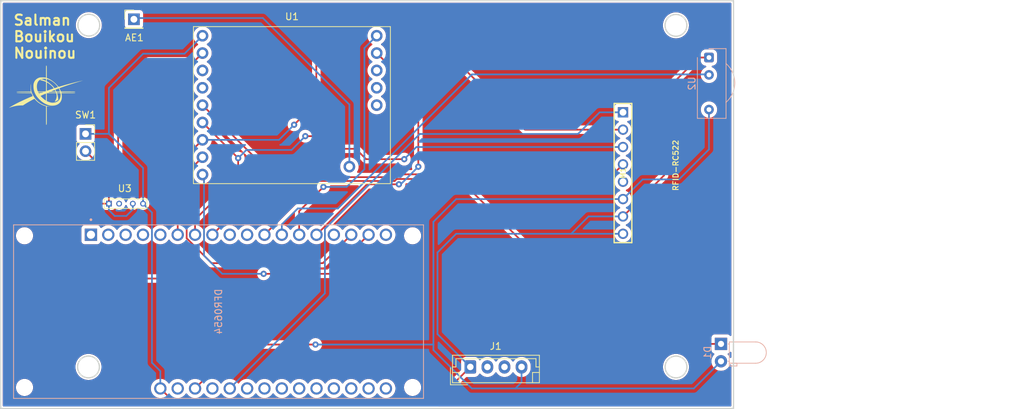
<source format=kicad_pcb>
(kicad_pcb (version 20240108) (generator "pcbnew") (generator_version "8.0")
  (layers (0 "F.Cu" signal) (31 "B.Cu" signal) (34 "B.Paste" user) (35 "F.Paste" user) (36 "B.SilkS" user "B.Silkscreen") (37 "F.SilkS" user "F.Silkscreen") (38 "B.Mask" user) (39 "F.Mask" user) (44 "Edge.Cuts" user))
  (net 0 "")
  (net 1 "/GND")
  (net 2 "/IRTX")
  (net 3 "/3v3")
  (net 6 "/SCK")
  (net 7 "/SDA")
  (net 8 "/MOSI")
  (net 10 "/MISO")
  (net 11 "/G1RF")
  (net 12 "/RST")
  (net 13 "/CS")
  (net 15 "/G2RF")
  (net 20 "/IRRX")
  (net 41 "/Antena")
  (net 42 "/Vcc")
  (footprint "TFG:Battery charger" (layer "F.Cu") (at 132.1 91.1 90)
    (property "Reference" "U3" (at 2.22 2.32 180) (layer "F.SilkS"))
    (property "Value" "~")
    (fp_line (start 0.7 -0.69) (end 0.695 5.56) (stroke (width 0.12)) (layer "F.SilkS"))
    (fp_line (start -0.695 -0.685) (end 0.7 -0.69) (stroke (width 0.12)) (layer "F.SilkS"))
    (fp_line (start -0.695 0.685) (end -0.695 -0.685) (stroke (width 0.12)) (layer "F.SilkS"))
    (fp_line (start -0.695 0.685) (end -0.695 5.56) (stroke (width 0.12)) (layer "F.SilkS"))
    (fp_line (start 0.394493 5.56) (end 0.695 5.56) (stroke (width 0.12)) (layer "F.SilkS"))
    (fp_line (start -0.695 5.56) (end 0.394493 5.56) (stroke (width 0.12)) (layer "F.SilkS"))
    (pad "1" thru_hole rect (at 0 0 90) (size 0.85 0.85) (drill 0.5) (layers "*.Cu" "*.Mask") (net 1 "/GND"))
    (pad "2" thru_hole oval (at 0 1.5 90) (size 0.85 0.85) (drill 0.5) (layers "*.Cu" "*.Mask") (net 42 "/Vcc"))
    (pad "3" thru_hole oval (at 0 3.5 90) (size 0.85 0.85) (drill 0.5) (layers "*.Cu" "*.Mask") (net 1 "/GND"))
    (pad "4" thru_hole oval (at 0 5 90) (size 0.85 0.85) (drill 0.5) (layers "*.Cu" "*.Mask") (net 3 "/3v3"))
  )
  (footprint "Connector_PinHeader_2.54mm:PinHeader_1x01_P2.54mm_Vertical" (layer "F.Cu") (at 135.76 64.11)
    (property "Reference" "AE1" (at 0.07 2.7 0) (layer "F.SilkS"))
    (property "Value" "Antenna" (hide yes))
    (fp_line (start -1.33 -1.33) (end 0 -1.33) (stroke (width 0.12)) (layer "F.SilkS"))
    (fp_line (start -1.33 0) (end -1.33 -1.33) (stroke (width 0.12)) (layer "F.SilkS"))
    (fp_line (start -1.33 1.27) (end -1.33 1.33) (stroke (width 0.12)) (layer "F.SilkS"))
    (fp_line (start -1.33 1.27) (end 1.33 1.27) (stroke (width 0.12)) (layer "F.SilkS"))
    (fp_line (start -1.33 1.33) (end 1.33 1.33) (stroke (width 0.12)) (layer "F.SilkS"))
    (fp_line (start 1.33 1.27) (end 1.33 1.33) (stroke (width 0.12)) (layer "F.SilkS"))
    (pad "1" thru_hole rect (at 0 0) (size 1.7 1.7) (drill 1) (layers "*.Cu" "*.Mask") (net 41 "/Antena"))
  )
  (footprint "TFG:Logo-etsisi" (layer "F.Cu") (at 122.89 75.28)
    (property "Reference" "G***" (hide yes))
    (property "Value" "LOGO" (hide yes))
    (fp_poly (pts (xy 0.868872 1.562875) (xy 0.85439 1.576009) (xy 0.839909 1.562875) (xy 0.85439 1.549742)) (fill solid) (layer "F.SilkS"))
    (fp_poly (pts (xy -2.181832 -1.803654) (xy -2.178365 -1.772481) (xy -2.181832 -1.768631) (xy -2.19905 -1.772237) (xy -2.20114 -1.786142) (xy -2.190543 -1.807763)) (fill solid) (layer "F.SilkS"))
    (fp_poly (pts (xy 5.40631 -2.197656) (xy 5.402334 -2.18204) (xy 5.387002 -2.180145) (xy 5.363162 -2.189755) (xy 5.367693 -2.197656) (xy 5.402065 -2.200799)) (fill solid) (layer "F.SilkS"))
    (fp_poly (pts (xy -2.221044 -1.662416) (xy -2.219096 -1.607146) (xy -2.221408 -1.504124) (xy -2.224469 -1.424983) (xy -2.218263 -1.067602) (xy -2.166207 -0.732217) (xy -2.065332 -0.406293) (xy -1.912668 -0.077293) (xy -1.89926 -0.052533) (xy -1.675945 0.305629) (xy -1.420834 0.620343) (xy -1.132572 0.892855) (xy -0.809801 1.124413) (xy -0.451167 1.316262) (xy -0.372865 1.350898) (xy -0.126002 1.446735) (xy 0.104083 1.512791) (xy 0.342821 1.555266) (xy 0.550286 1.575932) (xy 0.825428 1.596283) (xy 0.470584 1.592713) (xy 0.11574 1.589142) (xy 0.115795 2.935316) (xy 0.115762 3.235481) (xy 0.115514 3.487348) (xy 0.11487 3.695153) (xy 0.113648 3.863131) (xy 0.111664 3.995517) (xy 0.108738 4.096548) (xy 0.104688 4.170459) (xy 0.09933 4.221486) (xy 0.092483 4.253864) (xy 0.083966 4.271828) (xy 0.073595 4.279615) (xy 0.061189 4.28146) (xy 0.057925 4.281489) (xy 0.045066 4.280436) (xy 0.034265 4.274467) (xy 0.025339 4.259367) (xy 0.018108 4.23092) (xy 0.01239 4.184912) (xy 0.008004 4.117127) (xy 0.00477 4.023351) (xy 0.002505 3.899368) (xy 0.001029 3.740964) (xy 0.00016 3.543922) (xy -0.000283 3.304029) (xy -0.000481 3.017069) (xy -0.000519 2.922182) (xy -0.001039 1.562875) (xy -0.220073 1.499982) (xy -0.428205 1.425075) (xy -0.65713 1.316168) (xy -0.892239 1.180844) (xy -1.087135 1.049917) (xy -1.189246 0.969823) (xy -1.303669 0.869959) (xy -1.418733 0.76163) (xy -1.52277 0.656138) (xy -1.604111 0.56479) (xy -1.644986 0.509514) (xy -1.662481 0.489973) (xy -1.689405 0.485892) (xy -1.736024 0.500308) (xy -1.812606 0.536259) (xy -1.915812 0.589631) (xy -2.157855 0.719717) (xy -2.414228 0.862731) (xy -2.668355 1.009131) (xy -2.903656 1.149375) (xy -3.094105 1.26786) (xy -3.36438 1.440868) (xy -3.660658 1.442509) (xy -3.984196 1.459829) (xy -4.335673 1.506292) (xy -4.697389 1.578692) (xy -5.051642 1.673825) (xy -5.195647 1.72037) (xy -5.293654 1.752865) (xy -5.369814 1.776337) (xy -5.408537 1.785995) (xy -5.409384 1.786031) (xy -5.399123 1.773131) (xy -5.346322 1.73732) (xy -5.258112 1.682716) (xy -5.14162 1.613439) (xy -5.003977 1.533606) (xy -4.852313 1.447336) (xy -4.693756 1.358747) (xy -4.535436 1.271959) (xy -4.384483 1.191089) (xy -4.329874 1.162422) (xy -4.158985 1.075455) (xy -3.955505 0.975415) (xy -3.727694 0.866071) (xy -3.483809 0.751186) (xy -3.232111 0.634528) (xy -2.980858 0.519862) (xy -2.738309 0.410954) (xy -2.512723 0.31157) (xy -2.312358 0.225475) (xy -2.145475 0.156436) (xy -2.020332 0.108218) (xy -2.009131 0.104228) (xy -1.980126 0.092154) (xy -1.966759 0.074483) (xy -1.970351 0.0406) (xy -1.992222 -0.020113) (xy -2.033695 -0.11827) (xy -2.038093 -0.12851) (xy -2.128734 -0.339526) (xy -3.212416 -0.347064) (xy -3.506342 -0.349502) (xy -3.746705 -0.352443) (xy -3.93787 -0.356048) (xy -4.084197 -0.360477) (xy -4.190048 -0.36589) (xy -4.259787 -0.372449) (xy -4.297774 -0.380313) (xy -4.308159 -0.387435) (xy -4.300027 -0.396252) (xy -4.265525 -0.403445) (xy -4.200161 -0.409153) (xy -4.099441 -0.413513) (xy -3.958873 -0.416666) (xy -3.773963 -0.418751) (xy -3.540218 -0.419905) (xy -3.253144 -0.420268) (xy -3.246199 -0.420269) (xy -2.968702 -0.420342) (xy -2.743641 -0.420742) (xy -2.565528 -0.421734) (xy -2.428876 -0.423585) (xy -2.328195 -0.426562) (xy -2.257998 -0.430931) (xy -2.212796 -0.436961) (xy -2.187101 -0.444916) (xy -2.175425 -0.455065) (xy -2.172279 -0.467674) (xy -2.172177 -0.472479) (xy -2.173784 -0.486048) (xy -2.182283 -0.497086) (xy -2.203192 -0.505899) (xy -2.24203 -0.512795) (xy -2.304315 -0.518081) (xy -2.395564 -0.522063) (xy -2.521296 -0.525048) (xy -2.68703 -0.527345) (xy -2.898283 -0.529259) (xy -3.160573 -0.531099) (xy -3.234138 -0.531579) (xy -3.524861 -0.533868) (xy -3.762067 -0.536705) (xy -3.950162 -0.540253) (xy -4.093551 -0.544676) (xy -4.196641 -0.550135) (xy -4.263838 -0.556794) (xy -4.299548 -0.564816) (xy -4.30816 -0.571303) (xy -4.30003 -0.580222) (xy -4.265414 -0.587477) (xy -4.199768 -0.593212) (xy -4.098548 -0.597572) (xy -3.957211 -0.600699) (xy -3.771212 -0.60274) (xy -3.536008 -0.603837) (xy -3.272856 -0.604136) (xy -2.225492 -0.604136) (xy -2.249519 -0.781437) (xy -2.261272 -0.905008) (xy -2.267798 -1.053307) (xy -2.269276 -1.212134) (xy -2.265891 -1.367289) (xy -2.257822 -1.50457) (xy -2.245253 -1.609779) (xy -2.238495 -1.641675) (xy -2.227446 -1.672928)) (fill solid) (layer "F.SilkS"))
    (fp_poly (pts (xy 0.073409 -4.385165) (xy 0.085855 -4.377544) (xy 0.095595 -4.358525) (xy 0.10296 -4.322939) (xy 0.108282 -4.265615) (xy 0.111893 -4.181385) (xy 0.114123 -4.065079) (xy 0.115305 -3.911528) (xy 0.11577 -3.715562) (xy 0.11585 -3.483402) (xy 0.11585 -2.580248) (xy 0.282384 -2.51912) (xy 0.496948 -2.423437) (xy 0.729195 -2.290163) (xy 0.96825 -2.127412) (xy 1.203238 -1.943298) (xy 1.423284 -1.745936) (xy 1.617514 -1.543439) (xy 1.665865 -1.486836) (xy 1.740429 -1.400511) (xy 1.804347 -1.332951) (xy 1.84852 -1.29346) (xy 1.86123 -1.287073) (xy 1.896546 -1.294921) (xy 1.978221 -1.316842) (xy 2.097622 -1.350399) (xy 2.246118 -1.393157) (xy 2.415076 -1.442681) (xy 2.46334 -1.456973) (xy 2.691408 -1.523373) (xy 2.939572 -1.59336) (xy 3.201859 -1.665437) (xy 3.472297 -1.738104) (xy 3.744913 -1.809864) (xy 4.013736 -1.879218) (xy 4.272792 -1.944668) (xy 4.516111 -2.004716) (xy 4.737718 -2.057864) (xy 4.931643 -2.102614) (xy 5.091912 -2.137468) (xy 5.212553 -2.160927) (xy 5.287595 -2.171493) (xy 5.308938 -2.170795) (xy 5.31531 -2.159719) (xy 5.290641 -2.155951) (xy 5.241125 -2.146462) (xy 5.143986 -2.121244) (xy 5.006078 -2.082424) (xy 4.834255 -2.032127) (xy 4.635372 -1.972477) (xy 4.416282 -1.905599) (xy 4.183841 -1.833619) (xy 3.944901 -1.758661) (xy 3.706318 -1.68285) (xy 3.474946 -1.608311) (xy 3.257639 -1.53717) (xy 3.061251 -1.471551) (xy 2.892636 -1.413579) (xy 2.867275 -1.404654) (xy 2.622125 -1.317927) (xy 2.425751 -1.248033) (xy 2.27291 -1.19284) (xy 2.15836 -1.15022) (xy 2.076858 -1.118042) (xy 2.02316 -1.094176) (xy 1.992023 -1.076493) (xy 1.978205 -1.062862) (xy 1.976462 -1.051154) (xy 1.979172 -1.043872) (xy 1.997345 -1.00574) (xy 2.031845 -0.932989) (xy 2.076192 -0.839291) (xy 2.090781 -0.808437) (xy 2.18666 -0.605602) (xy 3.236546 -0.604869) (xy 3.513917 -0.604451) (xy 3.738687 -0.60349) (xy 3.916181 -0.60178) (xy 4.051721 -0.599119) (xy 4.150631 -0.595303) (xy 4.218233 -0.590129) (xy 4.259851 -0.583394) (xy 4.280808 -0.574893) (xy 4.286432 -0.564736) (xy 4.280456 -0.554238) (xy 4.258947 -0.54575) (xy 4.21653 -0.539065) (xy 4.147834 -0.53398) (xy 4.047482 -0.530287) (xy 3.910103 -0.527782) (xy 3.730323 -0.526259) (xy 3.502768 -0.525513) (xy 3.256144 -0.525336) (xy 2.984421 -0.525202) (xy 2.765115 -0.524634) (xy 2.592719 -0.523386) (xy 2.461725 -0.521207) (xy 2.366626 -0.517851) (xy 2.301914 -0.51307) (xy 2.262083 -0.506614) (xy 2.241624 -0.498237) (xy 2.23503 -0.48769) (xy 2.235609 -0.479369) (xy 2.241629 -0.467149) (xy 2.257733 -0.457217) (xy 2.289555 -0.449284) (xy 2.342731 -0.443061) (xy 2.422893 -0.438259) (xy 2.535677 -0.434589) (xy 2.686717 -0.431761) (xy 2.881648 -0.429487) (xy 3.126104 -0.427477) (xy 3.265897 -0.426499) (xy 3.539443 -0.424405) (xy 3.760428 -0.422042) (xy 3.934215 -0.419168) (xy 4.066167 -0.415543) (xy 4.161648 -0.410923) (xy 4.226021 -0.405068) (xy 4.264649 -0.397736) (xy 4.282895 -0.388686) (xy 4.286432 -0.380532) (xy 4.280227 -0.370023) (xy 4.258009 -0.361544) (xy 4.214373 -0.354886) (xy 4.143912 -0.34984) (xy 4.041223 -0.346198) (xy 3.900898 -0.343749) (xy 3.717534 -0.342286) (xy 3.485724 -0.341599) (xy 3.275827 -0.341468) (xy 2.265223 -0.341468) (xy 2.293839 -0.229834) (xy 2.311722 -0.121435) (xy 2.321662 0.020996) (xy 2.323752 0.179467) (xy 2.318091 0.335986) (xy 2.304772 0.472559) (xy 2.289678 0.551603) (xy 2.198835 0.796202) (xy 2.064483 1.006591) (xy 1.887908 1.181478) (xy 1.670395 1.319574) (xy 1.430353 1.414503) (xy 1.205613 1.46268) (xy 0.957567 1.48257) (xy 0.712736 1.472672) (xy 0.622691 1.460215) (xy 0.295518 1.378551) (xy -0.030339 1.247111) (xy -0.350214 1.068564) (xy -0.659443 0.845579) (xy -0.953358 0.580824) (xy -1.003295 0.529957) (xy -1.228939 0.279222) (xy -1.39593 0.05686) (xy -0.781984 0.05686) (xy -0.762226 0.0874) (xy -0.708729 0.145692) (xy -0.630151 0.223699) (xy -0.535155 0.313382) (xy -0.4324 0.406704) (xy -0.330547 0.495626) (xy -0.238257 0.57211) (xy -0.173774 0.621355) (xy -0.014481 0.735445) (xy -0.0066 0.232591) (xy -0.006599 0.232513) (xy 0.11585 0.232513) (xy 0.11585 0.806494) (xy 0.311346 0.88765) (xy 0.511517 0.960698) (xy 0.716402 1.012476) (xy 0.839909 1.034768) (xy 0.955851 1.041347) (xy 1.102819 1.032938) (xy 1.257248 1.012114) (xy 1.39557 0.981447) (xy 1.432064 0.97015) (xy 1.655727 0.869124) (xy 1.837097 0.732223) (xy 1.976116 0.559524) (xy 2.072728 0.351105) (xy 2.126876 0.107043) (xy 2.135114 0.022995) (xy 2.140432 -0.089668) (xy 2.140296 -0.189695) (xy 2.134877 -0.259833) (xy 2.132235 -0.272506) (xy 2.120384 -0.306137) (xy 2.099382 -0.326552) (xy 2.056734 -0.337048) (xy 1.979945 -0.340921) (xy 1.870833 -0.341468) (xy 1.628516 -0.341468) (xy 1.684295 -0.151034) (xy 1.711814 -0.04002) (xy 1.739686 0.100938) (xy 1.763706 0.249414) (xy 1.773717 0.325866) (xy 1.807359 0.612332) (xy 1.695775 0.699811) (xy 1.628995 0.74351) (xy 1.541024 0.790037) (xy 1.446876 0.832905) (xy 1.361567 0.865626) (xy 1.30011 0.881715) (xy 1.279416 0.879689) (xy 1.288312 0.855254) (xy 1.321522 0.802191) (xy 1.345926 0.767579) (xy 1.454319 0.576822) (xy 1.526959 0.358132) (xy 1.560773 0.126951) (xy 1.55269 -0.10128) (xy 1.536547 -0.190434) (xy 1.501937 -0.341468) (xy 0.808894 -0.341468) (xy 0.11585 -0.341468) (xy 0.11585 0.232513) (xy -0.006599 0.232513) (xy -0.004705 0.075739) (xy -0.004111 -0.062199) (xy -0.004766 -0.172969) (xy -0.006617 -0.24832) (xy -0.009612 -0.28) (xy -0.009873 -0.280378) (xy -0.03962 -0.274466) (xy -0.109555 -0.249288) (xy -0.208436 -0.209753) (xy -0.325024 -0.16077) (xy -0.44808 -0.107249) (xy -0.566363 -0.054098) (xy -0.668634 -0.006228) (xy -0.743652 0.031452) (xy -0.780178 0.054034) (xy -0.781984 0.05686) (xy -1.39593 0.05686) (xy -1.410164 0.037907) (xy -1.554841 -0.207164) (xy -1.606362 -0.32353) (xy -1.054932 -0.32353) (xy -1.053118 -0.302068) (xy -1.040206 -0.274107) (xy -1.022008 -0.266208) (xy -0.981055 -0.278234) (xy -0.92288 -0.30104) (xy -0.825427 -0.339412) (xy -0.947608 -0.34044) (xy -1.024517 -0.337314) (xy -1.054932 -0.32353) (xy -1.606362 -0.32353) (xy -1.670842 -0.469167) (xy -1.685765 -0.514351) (xy -1.158494 -0.514351) (xy -1.149485 -0.483475) (xy -1.140915 -0.461817) (xy -1.102457 -0.437408) (xy -1.021236 -0.422408) (xy -0.911431 -0.416591) (xy -0.787223 -0.41973) (xy -0.662789 -0.4316) (xy -0.654926 -0.43305) (xy 0.347549 -0.43305) (xy 0.375051 -0.429128) (xy 0.451721 -0.425694) (xy 0.568801 -0.422943) (xy 0.717536 -0.421074) (xy 0.889167 -0.420282) (xy 0.915414 -0.420269) (xy 1.110954 -0.420652) (xy 1.255649 -0.422158) (xy 1.356575 -0.425322) (xy 1.420806 -0.430677) (xy 1.45542 -0.438758) (xy 1.467492 -0.450099) (xy 1.465699 -0.461817) (xy 1.450364 -0.503689) (xy 1.448119 -0.514351) (xy 1.563969 -0.514351) (xy 1.572421 -0.470092) (xy 1.604411 -0.441981) (xy 1.669885 -0.426655) (xy 1.77879 -0.420749) (xy 1.84221 -0.420269) (xy 1.961009 -0.42127) (xy 2.033291 -0.425915) (xy 2.070451 -0.436668) (xy 2.083883 -0.455989) (xy 2.085291 -0.472802) (xy 2.080936 -0.497762) (xy 2.06052 -0.513271) (xy 2.013018 -0.521552) (xy 1.927406 -0.524827) (xy 1.82463 -0.525336) (xy 1.709835 -0.524206) (xy 1.620836 -0.52118) (xy 1.570556 -0.516802) (xy 1.563969 -0.514351) (xy 1.448119 -0.514351) (xy 1.420805 -0.518129) (xy 1.345455 -0.521347) (xy 1.231957 -0.523759) (xy 1.090198 -0.525122) (xy 1.002739 -0.525336) (xy 0.807067 -0.523709) (xy 0.660429 -0.518406) (xy 0.554034 -0.508792) (xy 0.479089 -0.494231) (xy 0.452454 -0.485583) (xy 0.385931 -0.457458) (xy 0.349748 -0.436484) (xy 0.347549 -0.43305) (xy -0.654926 -0.43305) (xy -0.552311 -0.451974) (xy -0.488282 -0.472225) (xy -0.362029 -0.524182) (xy -0.760262 -0.524759) (xy -0.904592 -0.524217) (xy -1.025594 -0.522332) (xy -1.112812 -0.519378) (xy -1.155789 -0.515626) (xy -1.158494 -0.514351) (xy -1.685765 -0.514351) (xy -1.758154 -0.733533) (xy -1.79736 -0.908496) (xy -1.823689 -1.10722) (xy -1.828732 -1.188421) (xy -1.332461 -1.188421) (xy -1.297129 -0.935968) (xy -1.285357 -0.885123) (xy -1.262357 -0.788916) (xy -1.242324 -0.71748) (xy -1.216964 -0.667153) (xy -1.177983 -0.634276) (xy -1.117087 -0.615187) (xy -1.025981 -0.606225) (xy -0.896372 -0.60373) (xy -0.719966 -0.604042) (xy -0.64873 -0.604136) (xy -0.458425 -0.605606) (xy -0.381697 -0.607561) (xy 0.767503 -0.607561) (xy 1.078849 -0.605848) (xy 1.205286 -0.606214) (xy 1.307028 -0.608528) (xy 1.372252 -0.612391) (xy 1.390194 -0.616378) (xy 1.378881 -0.645704) (xy 1.350763 -0.703381) (xy 1.341283 -0.721642) (xy 1.316787 -0.765671) (xy 1.291981 -0.791513) (xy 1.256484 -0.798425) (xy 1.199915 -0.785667) (xy 1.11189 -0.752495) (xy 0.98203 -0.698167) (xy 0.975747 -0.695513) (xy 0.767503 -0.607561) (xy -0.381697 -0.607561) (xy -0.295315 -0.609762) (xy -0.167718 -0.616221) (xy -0.083954 -0.624602) (xy -0.05602 -0.631327) (xy -0.038946 -0.642107) (xy -0.025739 -0.659976) (xy -0.015905 -0.691144) (xy -0.008949 -0.74182) (xy -0.004376 -0.818215) (xy -0.001693 -0.926538) (xy -0.000404 -1.073001) (xy -0.000015 -1.263812) (xy -0.000001 -1.328024) (xy 0.11585 -1.328024) (xy 0.116589 -1.154018) (xy 0.118663 -0.998931) (xy 0.121859 -0.870008) (xy 0.125964 -0.774494) (xy 0.130762 -0.719633) (xy 0.134097 -0.709203) (xy 0.165861 -0.71813) (xy 0.242518 -0.742873) (xy 0.3549 -0.78038) (xy 0.493841 -0.8276) (xy 0.581764 -0.857862) (xy 1.399642 -0.857862) (xy 1.404292 -0.830187) (xy 1.429356 -0.771236) (xy 1.452565 -0.725513) (xy 1.517586 -0.604136) (xy 1.772476 -0.604136) (xy 1.89576 -0.60535) (xy 1.971957 -0.61027) (xy 2.01187 -0.620818) (xy 2.026303 -0.638916) (xy 2.027367 -0.649453) (xy 2.017188 -0.695565) (xy 1.990454 -0.7736) (xy 1.952864 -0.866981) (xy 1.95136 -0.870466) (xy 1.875354 -1.046163) (xy 1.643547 -0.957499) (xy 1.537839 -0.916382) (xy 1.454361 -0.882625) (xy 1.406142 -0.861551) (xy 1.399642 -0.857862) (xy 0.581764 -0.857862) (xy 0.619217 -0.870753) (xy 0.773547 -0.924719) (xy 0.909052 -0.973172) (xy 1.016408 -1.012691) (xy 1.086291 -1.039857) (xy 1.108916 -1.050369) (xy 1.10409 -1.078503) (xy 1.070343 -1.136182) (xy 1.014673 -1.211738) (xy 1.005003 -1.223722) (xy 0.869331 -1.372499) (xy 0.701873 -1.529457) (xy 0.518157 -1.681779) (xy 0.333712 -1.81665) (xy 0.164067 -1.921253) (xy 0.152053 -1.92769) (xy 0.140187 -1.923574) (xy 0.13106 -1.893811) (xy 0.124372 -1.83344) (xy 0.119824 -1.737503) (xy 0.117117 -1.601041) (xy 0.115952 -1.419095) (xy 0.11585 -1.328024) (xy -0.000001 -1.328024) (xy 0 -1.334772) (xy 0 -2.011026) (xy -0.094127 -2.045594) (xy -0.298607 -2.115597) (xy -0.48938 -2.171273) (xy -0.651475 -2.208459) (xy -0.716845 -2.218786) (xy -0.807972 -2.234253) (xy -0.844555 -2.254084) (xy -0.826646 -2.282405) (xy -0.754295 -2.323344) (xy -0.718343 -2.34039) (xy -0.644627 -2.371884) (xy -0.590602 -2.381289) (xy -0.529058 -2.36957) (xy -0.466887 -2.3493) (xy -0.364796 -2.311414) (xy -0.24369 -2.262082) (xy -0.165053 -2.227774) (xy 0.002961 -2.151766) (xy -0.004418 -2.280447) (xy 0.116659 -2.280447) (xy 0.116767 -2.252378) (xy 0.117685 -2.088211) (xy 0.311917 -1.97001) (xy 0.455725 -1.872072) (xy 0.616611 -1.745573) (xy 0.780542 -1.603068) (xy 0.933488 -1.457113) (xy 1.061417 -1.320262) (xy 1.122815 -1.244422) (xy 1.242575 -1.08357) (xy 1.481999 -1.16041) (xy 1.590569 -1.195983) (xy 1.676336 -1.225457) (xy 1.726098 -1.244235) (xy 1.733076 -1.247819) (xy 1.725106 -1.275144) (xy 1.685927 -1.333158) (xy 1.622825 -1.41329) (xy 1.543083 -1.506973) (xy 1.453986 -1.605639) (xy 1.362818 -1.700718) (xy 1.279951 -1.780812) (xy 1.011916 -2.003463) (xy 0.739661 -2.180688) (xy 0.452381 -2.319253) (xy 0.367473 -2.352157) (xy 0.250367 -2.393876) (xy 0.176768 -2.411559) (xy 0.136641 -2.401211) (xy 0.11995 -2.358838) (xy 0.116659 -2.280447) (xy -0.004418 -2.280447) (xy -0.00576 -2.303856) (xy -0.014481 -2.455946) (xy -0.214563 -2.463808) (xy -0.453257 -2.451773) (xy -0.676498 -2.399155) (xy -0.874934 -2.309862) (xy -1.039209 -2.187799) (xy -1.131964 -2.080564) (xy -1.230521 -1.897323) (xy -1.297736 -1.68017) (xy -1.33219 -1.440179) (xy -1.332461 -1.188421) (xy -1.828732 -1.188421) (xy -1.836522 -1.313862) (xy -1.835241 -1.51258) (xy -1.819227 -1.687529) (xy -1.799254 -1.786142) (xy -1.706916 -2.031222) (xy -1.572596 -2.240187) (xy -1.396414 -2.412899) (xy -1.178491 -2.549221) (xy -1.107038 -2.582127) (xy -1.01828 -2.618533) (xy -0.94428 -2.642473) (xy -0.868567 -2.656559) (xy -0.774667 -2.663402) (xy -0.646108 -2.665612) (xy -0.579247 -2.665786) (xy -0.431996 -2.663965) (xy -0.293252 -2.65881) (xy -0.180817 -2.651168) (xy -0.12309 -2.644071) (xy 0 -2.622063) (xy 0 -3.504309) (xy 0.000093 -3.742637) (xy 0.000601 -3.933662) (xy 0.001867 -4.082613) (xy 0.004234 -4.194721) (xy 0.008046 -4.275216) (xy 0.013646 -4.329327) (xy 0.021377 -4.362286) (xy 0.031584 -4.379322) (xy 0.044609 -4.385665) (xy 0.057925 -4.386556)) (fill solid) (layer "F.SilkS"))
  )
  (footprint "TFG:RFID-RC522" (layer "F.Cu") (at 207.3496 86.62 -90)
    (property "Reference" "M1" (at 0 0 90) (layer "F.SilkS") (effects (font (size 0.787402 0.787402))))
    (property "Value" "RFID-RC522" (at -1.12 -7.7204 90) (layer "F.SilkS") (effects (font (size 0.787402 0.787402))))
    (property "VALUE" "" (hide yes))
    (fp_line (start -10.1854 1.2954) (end -10.1854 -1.2954) (stroke (width 0.2032)) (layer "F.SilkS"))
    (fp_line (start 10.1854 1.2954) (end -10.1854 1.2954) (stroke (width 0.2032)) (layer "F.SilkS"))
    (fp_line (start -10.1854 -1.2954) (end 10.1854 -1.2954) (stroke (width 0.2032)) (layer "F.SilkS"))
    (fp_line (start 10.1854 -1.2954) (end 10.1854 1.2954) (stroke (width 0.2032)) (layer "F.SilkS"))
    (pad "1" thru_hole rect (at -8.89 0 270) (size 1.508 1.508) (drill 1) (layers "*.Cu" "*.Mask") (net 7 "/SDA"))
    (pad "2" thru_hole circle (at -6.35 0 270) (size 1.508 1.508) (drill 1) (layers "*.Cu" "*.Mask") (net 6 "/SCK"))
    (pad "3" thru_hole circle (at -3.81 0 270) (size 1.508 1.508) (drill 1) (layers "*.Cu" "*.Mask") (net 8 "/MOSI"))
    (pad "4" thru_hole circle (at -1.27 0 270) (size 1.508 1.508) (drill 1) (layers "*.Cu" "*.Mask") (net 10 "/MISO"))
    (pad "5" thru_hole circle (at 1.27 0 270) (size 1.508 1.508) (drill 1) (layers "*.Cu" "*.Mask"))
    (pad "6" thru_hole circle (at 3.81 0 270) (size 1.508 1.508) (drill 1) (layers "*.Cu" "*.Mask") (net 1 "/GND"))
    (pad "7" thru_hole circle (at 6.35 0 270) (size 1.508 1.508) (drill 1) (layers "*.Cu" "*.Mask") (net 3 "/3v3"))
    (pad "8" thru_hole circle (at 8.89 0 270) (size 1.508 1.508) (drill 1) (layers "*.Cu" "*.Mask") (net 3 "/3v3"))
  )
  (footprint "Connector_PinSocket_2.54mm:PinSocket_1x02_P2.54mm_Vertical" (layer "F.Cu") (at 128.68 80.88)
    (property "Reference" "SW1" (at 0 -2.77 0) (layer "F.SilkS"))
    (property "Value" "SW_DIP_x01" (hide yes))
    (fp_line (start -1.33 1.27) (end -1.33 3.87) (stroke (width 0.12)) (layer "F.SilkS"))
    (fp_line (start -1.33 1.27) (end 1.33 1.27) (stroke (width 0.12)) (layer "F.SilkS"))
    (fp_line (start -1.33 3.87) (end 1.33 3.87) (stroke (width 0.12)) (layer "F.SilkS"))
    (fp_line (start 0 -1.33) (end 1.33 -1.33) (stroke (width 0.12)) (layer "F.SilkS"))
    (fp_line (start 1.33 -1.33) (end 1.33 0) (stroke (width 0.12)) (layer "F.SilkS"))
    (fp_line (start 1.33 1.27) (end 1.33 3.87) (stroke (width 0.12)) (layer "F.SilkS"))
    (pad "1" thru_hole rect (at 0 0) (size 1.7 1.7) (drill 1) (layers "*.Cu" "*.Mask") (net 3 "/3v3"))
    (pad "2" thru_hole oval (at 0 2.54) (size 1.7 1.7) (drill 1) (layers "*.Cu" "*.Mask") (net 1 "/GND"))
  )
  (footprint "TFG:RF69HCW" (layer "F.Cu") (at 158.9 76.22)
    (property "Reference" "U1" (at 0 -12.5 0) (layer "F.SilkS"))
    (property "Value" "~")
    (fp_line (start -14.43 -11.03) (end -13.1 -11.03) (stroke (width 0.12)) (layer "F.SilkS"))
    (fp_line (start -14.43 -9.7) (end -14.43 -11.03) (stroke (width 0.12)) (layer "F.SilkS"))
    (fp_line (start -14.43 -9.7) (end -14.43 11.95) (stroke (width 0.12)) (layer "F.SilkS"))
    (fp_line (start -14.43 11.95) (end 14.4 11.95) (stroke (width 0.12)) (layer "F.SilkS"))
    (fp_line (start -13.1 -11.03) (end 14.4 -11.03) (stroke (width 0.12)) (layer "F.SilkS"))
    (fp_line (start 14.4 -11.03) (end 14.4 11.95) (stroke (width 0.12)) (layer "F.SilkS"))
    (pad "1" thru_hole circle (at -13.1 -9.7) (size 1.7 1.7) (drill 1) (layers "*.Cu" "*.Mask") (net 3 "/3v3"))
    (pad "2" thru_hole oval (at -13.1 -7.16) (size 1.7 1.7) (drill 1) (layers "*.Cu" "*.Mask") (net 1 "/GND"))
    (pad "3" thru_hole oval (at -13.1 -4.62) (size 1.7 1.7) (drill 1) (layers "*.Cu" "*.Mask"))
    (pad "4" thru_hole oval (at -13.1 -2.08) (size 1.7 1.7) (drill 1) (layers "*.Cu" "*.Mask"))
    (pad "5" thru_hole oval (at -13.1 0.46) (size 1.7 1.7) (drill 1) (layers "*.Cu" "*.Mask") (net 10 "/MISO"))
    (pad "6" thru_hole oval (at -13.1 3) (size 1.7 1.7) (drill 1) (layers "*.Cu" "*.Mask") (net 8 "/MOSI"))
    (pad "7" thru_hole oval (at -13.1 5.54) (size 1.7 1.7) (drill 1) (layers "*.Cu" "*.Mask") (net 6 "/SCK"))
    (pad "8" thru_hole oval (at -13.1 8.08) (size 1.7 1.7) (drill 1) (layers "*.Cu" "*.Mask") (net 13 "/CS"))
    (pad "9" thru_hole oval (at -13.1 10.62) (size 1.7 1.7) (drill 1) (layers "*.Cu" "*.Mask") (net 12 "/RST"))
    (pad "10" thru_hole circle (at 12.4 -9.7) (size 1.7 1.7) (drill 1) (layers "*.Cu" "*.Mask") (net 11 "/G1RF"))
    (pad "11" thru_hole oval (at 12.4 -7.16) (size 1.7 1.7) (drill 1) (layers "*.Cu" "*.Mask") (net 15 "/G2RF"))
    (pad "12" thru_hole oval (at 12.4 -4.62) (size 1.7 1.7) (drill 1) (layers "*.Cu" "*.Mask"))
    (pad "13" thru_hole oval (at 12.4 -2.08) (size 1.7 1.7) (drill 1) (layers "*.Cu" "*.Mask"))
    (pad "14" thru_hole oval (at 12.4 0.46) (size 1.7 1.7) (drill 1) (layers "*.Cu" "*.Mask"))
    (pad "15" thru_hole circle (at 8.4 9.46) (size 1.7 1.7) (drill 1) (layers "*.Cu" "*.Mask") (net 41 "/Antena"))
  )
  (footprint "Connector_JST:JST_EH_B4B-EH-A_1x04_P2.50mm_Vertical" (layer "F.Cu") (at 185 115)
    (property "Reference" "J1" (at 3.72 -3.03 0) (layer "F.SilkS"))
    (property "Value" "Conn_01x04" (hide yes))
    (fp_line (start -2.91 0.11) (end -2.91 2.61) (stroke (width 0.12)) (layer "F.SilkS"))
    (fp_line (start -2.91 2.61) (end -0.41 2.61) (stroke (width 0.12)) (layer "F.SilkS"))
    (fp_line (start -2.61 -1.71) (end -2.61 2.31) (stroke (width 0.12)) (layer "F.SilkS"))
    (fp_line (start -2.61 0) (end -2.11 0) (stroke (width 0.12)) (layer "F.SilkS"))
    (fp_line (start -2.61 0.81) (end -1.61 0.81) (stroke (width 0.12)) (layer "F.SilkS"))
    (fp_line (start -2.61 2.31) (end 10.11 2.31) (stroke (width 0.12)) (layer "F.SilkS"))
    (fp_line (start -2.11 -1.21) (end 9.61 -1.21) (stroke (width 0.12)) (layer "F.SilkS"))
    (fp_line (start -2.11 0) (end -2.11 -1.21) (stroke (width 0.12)) (layer "F.SilkS"))
    (fp_line (start -1.61 0.81) (end -1.61 2.31) (stroke (width 0.12)) (layer "F.SilkS"))
    (fp_line (start 9.11 0.81) (end 9.11 2.31) (stroke (width 0.12)) (layer "F.SilkS"))
    (fp_line (start 9.61 -1.21) (end 9.61 0) (stroke (width 0.12)) (layer "F.SilkS"))
    (fp_line (start 9.61 0) (end 10.11 0) (stroke (width 0.12)) (layer "F.SilkS"))
    (fp_line (start 10.11 -1.71) (end -2.61 -1.71) (stroke (width 0.12)) (layer "F.SilkS"))
    (fp_line (start 10.11 0.81) (end 9.11 0.81) (stroke (width 0.12)) (layer "F.SilkS"))
    (fp_line (start 10.11 2.31) (end 10.11 -1.71) (stroke (width 0.12)) (layer "F.SilkS"))
    (pad "1" thru_hole roundrect (at 0 0) (size 1.7 1.95) (drill 0.95) (layers "*.Cu" "*.Mask") (roundrect_rratio 0.147059) (net 3 "/3v3"))
    (pad "2" thru_hole oval (at 2.5 0) (size 1.7 1.95) (drill 0.95) (layers "*.Cu" "*.Mask"))
    (pad "3" thru_hole oval (at 5 0) (size 1.7 1.95) (drill 0.95) (layers "*.Cu" "*.Mask"))
    (pad "4" thru_hole oval (at 7.5 0) (size 1.7 1.95) (drill 0.95) (layers "*.Cu" "*.Mask") (net 1 "/GND"))
  )
  (footprint "OptoDevice:Vishay_CAST-3Pin" (layer "B.Cu") (at 219.935 69.71 -90)
    (property "Reference" "U2" (at 3.8 2.5 90) (layer "B.SilkS") (effects (justify mirror)))
    (property "Value" "VS1838B")
    (fp_line (start 0 1.7) (end 8.9 1.7) (stroke (width 0.12)) (layer "B.SilkS"))
    (fp_line (start 8.9 1.7) (end 8.9 -2.5) (stroke (width 0.12)) (layer "B.SilkS"))
    (fp_line (start -1.3 -2.5) (end -1.3 0) (stroke (width 0.12)) (layer "B.SilkS"))
    (fp_line (start 0.9 -2.5) (end -1.3 -2.5) (stroke (width 0.12)) (layer "B.SilkS"))
    (fp_line (start 6.6 -2.5) (end 0.9 -2.5) (stroke (width 0.12)) (layer "B.SilkS"))
    (fp_line (start 8.9 -2.5) (end 6.5 -2.5) (stroke (width 0.12)) (layer "B.SilkS"))
    (fp_arc (start 0.893744 -2.504232) (mid 3.722825 -3.776095) (end 6.55 -2.5) (stroke (width 0.12)) (layer "B.SilkS"))
    (pad "1" thru_hole roundrect (at 0 0 270) (size 1.4 1.4) (drill 0.7) (layers "*.Cu" "*.Mask") (roundrect_rratio 0.178) (net 3 "/3v3"))
    (pad "2" thru_hole circle (at 2.54 0 270) (size 1.4 1.4) (drill 0.7) (layers "*.Cu" "*.Mask") (net 20 "/IRRX"))
    (pad "3" thru_hole circle (at 7.62 0 270) (size 1.4 1.4) (drill 0.7) (layers "*.Cu" "*.Mask") (net 1 "/GND"))
  )
  (footprint "LED_THT:LED_D3.0mm_Horizontal_O1.27mm_Z2.0mm_IRBlack" (layer "B.Cu") (at 221.695 111.63 -90)
    (property "Reference" "D1" (at 1.27 1.96 90) (layer "B.SilkS") (effects (justify mirror)))
    (property "Value" "LED")
    (fp_line (start 0 -1.08) (end 0 -1.08) (stroke (width 0.12)) (layer "B.SilkS"))
    (fp_line (start 0 -1.08) (end 0 -1.21) (stroke (width 0.12)) (layer "B.SilkS"))
    (fp_line (start 2.54 -1.08) (end 2.54 -1.08) (stroke (width 0.12)) (layer "B.SilkS"))
    (fp_line (start 2.54 -1.08) (end 2.54 -1.21) (stroke (width 0.12)) (layer "B.SilkS"))
    (fp_line (start 0 -1.21) (end 0 -1.08) (stroke (width 0.12)) (layer "B.SilkS"))
    (fp_line (start 0 -1.21) (end 0 -1.21) (stroke (width 0.12)) (layer "B.SilkS"))
    (fp_line (start 2.54 -1.21) (end 2.54 -1.08) (stroke (width 0.12)) (layer "B.SilkS"))
    (fp_line (start 2.54 -1.21) (end 2.54 -1.21) (stroke (width 0.12)) (layer "B.SilkS"))
    (fp_line (start 2.83 -1.21) (end -0.29 -1.21) (stroke (width 0.12)) (layer "B.SilkS"))
    (fp_line (start 2.83 -1.21) (end 2.83 -2.33) (stroke (width 0.12)) (layer "B.SilkS"))
    (fp_line (start 3.23 -1.21) (end 2.83 -1.21) (stroke (width 0.12)) (layer "B.SilkS"))
    (fp_line (start 2.83 -2.33) (end 3.23 -2.33) (stroke (width 0.12)) (layer "B.SilkS"))
    (fp_line (start 3.23 -2.33) (end 3.23 -1.21) (stroke (width 0.12)) (layer "B.SilkS"))
    (fp_line (start -0.29 -5.07) (end -0.29 -1.21) (stroke (width 0.12)) (layer "B.SilkS"))
    (fp_line (start 2.83 -5.07) (end 2.83 -1.21) (stroke (width 0.12)) (layer "B.SilkS"))
    (fp_arc (start -0.29 -5.07) (mid 1.27 -6.63) (end 2.83 -5.07) (stroke (width 0.12)) (layer "B.SilkS"))
    (pad "1" thru_hole rect (at 0 0 270) (size 1.8 1.8) (drill 0.9) (layers "*.Cu" "*.Mask") (net 2 "/IRTX"))
    (pad "2" thru_hole circle (at 2.54 0 270) (size 1.8 1.8) (drill 0.9) (layers "*.Cu" "*.Mask") (net 1 "/GND"))
  )
  (footprint "TFG:MODULE_DFR0654" (layer "B.Cu") (at 148.15 106.9 -90)
    (property "Reference" "U4" (hide yes))
    (property "Value" "DFR0654" (at 0 0 90) (layer "B.SilkS") (effects (justify mirror)))
    (fp_line (start -12.7 30) (end 12.7 30) (stroke (width 0.127)) (layer "B.SilkS"))
    (fp_line (start -12.7 -30) (end -12.7 30) (stroke (width 0.127)) (layer "B.SilkS"))
    (fp_line (start -12.7 -30) (end 12.7 -30) (stroke (width 0.127)) (layer "B.SilkS"))
    (fp_line (start 12.7 -30) (end 12.7 30) (stroke (width 0.127)) (layer "B.SilkS"))
    (fp_circle (center -13.45 18.68) (end -13.35 18.68) (stroke (width 0.2)) (fill none) (layer "B.SilkS"))
    (pad "" np_thru_hole circle (at -11.1 -28.4 270) (size 2 2) (drill 2) (layers "*.Cu" "*.Mask"))
    (pad "" np_thru_hole circle (at -11.1 28.4 270) (size 2 2) (drill 2) (layers "*.Cu" "*.Mask"))
    (pad "" np_thru_hole circle (at 11.1 -28.4 270) (size 2 2) (drill 2) (layers "*.Cu" "*.Mask"))
    (pad "" np_thru_hole circle (at 11.1 28.4 270) (size 2 2) (drill 2) (layers "*.Cu" "*.Mask"))
    (pad "1" thru_hole rect (at -11.25 18.68 270) (size 1.8 1.8) (drill 1.2) (layers "*.Cu" "*.Mask"))
    (pad "2" thru_hole circle (at -11.25 16.14 270) (size 1.8 1.8) (drill 1.2) (layers "*.Cu" "*.Mask"))
    (pad "3" thru_hole circle (at -11.25 13.6 270) (size 1.8 1.8) (drill 1.2) (layers "*.Cu" "*.Mask"))
    (pad "4" thru_hole circle (at -11.25 11.06 270) (size 1.8 1.8) (drill 1.2) (layers "*.Cu" "*.Mask"))
    (pad "5" thru_hole circle (at -11.25 8.52 270) (size 1.8 1.8) (drill 1.2) (layers "*.Cu" "*.Mask"))
    (pad "6" thru_hole circle (at -11.25 5.98 270) (size 1.8 1.8) (drill 1.2) (layers "*.Cu" "*.Mask") (net 6 "/SCK"))
    (pad "7" thru_hole circle (at -11.25 3.44 270) (size 1.8 1.8) (drill 1.2) (layers "*.Cu" "*.Mask") (net 8 "/MOSI"))
    (pad "8" thru_hole circle (at -11.25 0.9 270) (size 1.8 1.8) (drill 1.2) (layers "*.Cu" "*.Mask") (net 10 "/MISO"))
    (pad "9" thru_hole circle (at -11.25 -1.64 270) (size 1.8 1.8) (drill 1.2) (layers "*.Cu" "*.Mask"))
    (pad "10" thru_hole circle (at -11.25 -4.18 270) (size 1.8 1.8) (drill 1.2) (layers "*.Cu" "*.Mask"))
    (pad "11" thru_hole circle (at -11.25 -6.72 270) (size 1.8 1.8) (drill 1.2) (layers "*.Cu" "*.Mask") (net 2 "/IRTX"))
    (pad "12" thru_hole circle (at -11.25 -9.26 270) (size 1.8 1.8) (drill 1.2) (layers "*.Cu" "*.Mask") (net 20 "/IRRX"))
    (pad "13" thru_hole circle (at -11.25 -11.8 270) (size 1.8 1.8) (drill 1.2) (layers "*.Cu" "*.Mask") (net 11 "/G1RF"))
    (pad "14" thru_hole circle (at -11.25 -14.34 270) (size 1.8 1.8) (drill 1.2) (layers "*.Cu" "*.Mask") (net 15 "/G2RF"))
    (pad "15" thru_hole circle (at -11.25 -16.88 270) (size 1.8 1.8) (drill 1.2) (layers "*.Cu" "*.Mask"))
    (pad "16" thru_hole circle (at -11.25 -19.42 270) (size 1.8 1.8) (drill 1.2) (layers "*.Cu" "*.Mask") (net 13 "/CS"))
    (pad "17" thru_hole circle (at -11.25 -21.96 270) (size 1.8 1.8) (drill 1.2) (layers "*.Cu" "*.Mask") (net 12 "/RST"))
    (pad "18" thru_hole circle (at -11.25 -24.5 270) (size 1.8 1.8) (drill 1.2) (layers "*.Cu" "*.Mask"))
    (pad "19" thru_hole circle (at 11.25 -24.5 270) (size 1.8 1.8) (drill 1.2) (layers "*.Cu" "*.Mask"))
    (pad "20" thru_hole circle (at 11.25 -21.96 270) (size 1.8 1.8) (drill 1.2) (layers "*.Cu" "*.Mask"))
    (pad "21" thru_hole circle (at 11.25 -19.42 270) (size 1.8 1.8) (drill 1.2) (layers "*.Cu" "*.Mask"))
    (pad "22" thru_hole circle (at 11.25 -16.88 270) (size 1.8 1.8) (drill 1.2) (layers "*.Cu" "*.Mask"))
    (pad "23" thru_hole circle (at 11.25 -14.34 270) (size 1.8 1.8) (drill 1.2) (layers "*.Cu" "*.Mask"))
    (pad "24" thru_hole circle (at 11.25 -11.8 270) (size 1.8 1.8) (drill 1.2) (layers "*.Cu" "*.Mask"))
    (pad "25" thru_hole circle (at 11.25 -9.26 270) (size 1.8 1.8) (drill 1.2) (layers "*.Cu" "*.Mask"))
    (pad "26" thru_hole circle (at 11.25 -6.72 270) (size 1.8 1.8) (drill 1.2) (layers "*.Cu" "*.Mask"))
    (pad "27" thru_hole circle (at 11.25 -4.18 270) (size 1.8 1.8) (drill 1.2) (layers "*.Cu" "*.Mask"))
    (pad "28" thru_hole circle (at 11.25 -1.64 270) (size 1.8 1.8) (drill 1.2) (layers "*.Cu" "*.Mask") (net 7 "/SDA"))
    (pad "29" thru_hole circle (at 11.25 0.9 270) (size 1.8 1.8) (drill 1.2) (layers "*.Cu" "*.Mask"))
    (pad "30" thru_hole circle (at 11.25 3.44 270) (size 1.8 1.8) (drill 1.2) (layers "*.Cu" "*.Mask") (net 1 "/GND"))
    (pad "31" thru_hole circle (at 11.25 5.98 270) (size 1.8 1.8) (drill 1.2) (layers "*.Cu" "*.Mask"))
    (pad "32" thru_hole circle (at 11.25 8.52 270) (size 1.8 1.8) (drill 1.2) (layers "*.Cu" "*.Mask") (net 3 "/3v3"))
  )
  (gr_circle (center 129.11 115) (end 130.71 115) (stroke (width 0.2)) (fill none) (layer "Edge.Cuts"))
  (gr_rect (start 116.26 61.39) (end 223.52 121.09) (stroke (width 0.2)) (fill none) (layer "Edge.Cuts"))
  (gr_circle (center 215.11 115) (end 216.71 115) (stroke (width 0.2)) (fill none) (layer "Edge.Cuts"))
  (gr_circle (center 215.1 65) (end 216.7 65) (stroke (width 0.2)) (fill none) (layer "Edge.Cuts"))
  (gr_circle (center 129.16 64.97) (end 130.76 64.97) (stroke (width 0.2)) (fill none) (layer "Edge.Cuts"))
  (gr_text "Salman \nBouikou \nNouinou" (at 118 69.95 0) (layer "F.SilkS") (effects (font (size 1.5 1.5) (thickness 0.3) (bold yes)) (justify left bottom)))
  (segment (start 132.1 86.84) (end 128.68 83.42) (width 0.25) (layer "F.Cu") (net 1))
  (segment (start 124.8 92.15) (end 125.85 91.1) (width 0.25) (layer "F.Cu") (net 1))
  (segment (start 133.45 85.49) (end 133.45 74.79) (width 0.25) (layer "F.Cu") (net 1))
  (segment (start 144.58 70.28) (end 145.8 69.06) (width 0.25) (layer "F.Cu") (net 1))
  (segment (start 151.14 111.72) (end 141.48 102.06) (width 0.25) (layer "F.Cu") (net 1))
  (segment (start 141.48 102.06) (end 130.32 102.06) (width 0.25) (layer "F.Cu") (net 1))
  (segment (start 132.1 91.1) (end 132.1 86.84) (width 0.25) (layer "F.Cu") (net 1))
  (segment (start 130.32 102.06) (end 124.8 96.54) (width 0.25) (layer "F.Cu") (net 1))
  (segment (start 144.71 118.15) (end 151.14 111.72) (width 0.25) (layer "F.Cu") (net 1))
  (segment (start 151.14 111.72) (end 162.34 111.72) (width 0.25) (layer "F.Cu") (net 1))
  (segment (start 137.96 70.28) (end 144.58 70.28) (width 0.25) (layer "F.Cu") (net 1))
  (segment (start 124.8 96.54) (end 124.8 92.15) (width 0.25) (layer "F.Cu") (net 1))
  (segment (start 132.1 86.84) (end 133.45 85.49) (width 0.25) (layer "F.Cu") (net 1))
  (segment (start 133.45 74.79) (end 137.96 70.28) (width 0.25) (layer "F.Cu") (net 1))
  (segment (start 125.85 91.1) (end 132.1 91.1) (width 0.25) (layer "F.Cu") (net 1))
  (via (at 162.34 111.72) (size 0.9) (drill 0.4) (layers "F.Cu" "B.Cu") (net 1))
  (segment (start 132.95 92.9) (end 134.65 92.9) (width 0.25) (layer "B.Cu") (net 1))
  (segment (start 162.34 111.72) (end 179.570658 111.72) (width 0.25) (layer "B.Cu") (net 1))
  (segment (start 185.22 118.15) (end 179.6 112.53) (width 0.25) (layer "B.Cu") (net 1))
  (segment (start 192.5 117.25) (end 191.6 118.15) (width 0.25) (layer "B.Cu") (net 1))
  (segment (start 219.935 83.155) (end 219.935 77.33) (width 0.25) (layer "B.Cu") (net 1))
  (segment (start 179.6 93.7596) (end 182.9296 90.43) (width 0.25) (layer "B.Cu") (net 1))
  (segment (start 192.5 115) (end 192.5 117.25) (width 0.25) (layer "B.Cu") (net 1))
  (segment (start 210.2296 87.55) (end 215.54 87.55) (width 0.25) (layer "B.Cu") (net 1))
  (segment (start 179.570658 111.72) (end 179.6 111.749342) (width 0.25) (layer "B.Cu") (net 1))
  (segment (start 179.6 111.749342) (end 179.6 93.7596) (width 0.25) (layer "B.Cu") (net 1))
  (segment (start 179.6 112.53) (end 179.6 111.749342) (width 0.25) (layer "B.Cu") (net 1))
  (segment (start 135.6 91.95) (end 135.6 91.1) (width 0.25) (layer "B.Cu") (net 1))
  (segment (start 191.6 118.15) (end 217.715 118.15) (width 0.25) (layer "B.Cu") (net 1))
  (segment (start 132.1 91.1) (end 132.1 92.05) (width 0.25) (layer "B.Cu") (net 1))
  (segment (start 132.1 92.05) (end 132.95 92.9) (width 0.25) (layer "B.Cu") (net 1))
  (segment (start 207.3496 90.43) (end 210.2296 87.55) (width 0.25) (layer "B.Cu") (net 1))
  (segment (start 134.65 92.9) (end 135.6 91.95) (width 0.25) (layer "B.Cu") (net 1))
  (segment (start 182.9296 90.43) (end 207.3496 90.43) (width 0.25) (layer "B.Cu") (net 1))
  (segment (start 215.54 87.55) (end 219.935 83.155) (width 0.25) (layer "B.Cu") (net 1))
  (segment (start 191.6 118.15) (end 185.22 118.15) (width 0.25) (layer "B.Cu") (net 1))
  (segment (start 217.715 118.15) (end 221.695 114.17) (width 0.25) (layer "B.Cu") (net 1))
  (segment (start 183.408 87.488) (end 174.227741 87.488) (width 0.25) (layer "F.Cu") (net 2))
  (segment (start 173.935741 87.78) (end 162.74 87.78) (width 0.25) (layer "F.Cu") (net 2))
  (segment (start 162.74 87.78) (end 154.87 95.65) (width 0.25) (layer "F.Cu") (net 2))
  (segment (start 174.227741 87.488) (end 173.935741 87.78) (width 0.25) (layer "F.Cu") (net 2))
  (segment (start 221.695 111.63) (end 207.55 111.63) (width 0.25) (layer "F.Cu") (net 2))
  (segment (start 207.55 111.63) (end 183.408 87.488) (width 0.25) (layer "F.Cu") (net 2))
  (segment (start 218.42 69.71) (end 219.935 69.71) (width 0.25) (layer "F.Cu") (net 3))
  (segment (start 144.36 120.34) (end 179.66 120.34) (width 0.25) (layer "F.Cu") (net 3))
  (segment (start 179.66 120.34) (end 185 115) (width 0.25) (layer "F.Cu") (net 3))
  (segment (start 213.36 74.77) (end 218.42 69.71) (width 0.25) (layer "F.Cu") (net 3))
  (segment (start 141.82 120.34) (end 139.63 118.15) (width 0.25) (layer "F.Cu") (net 3))
  (segment (start 144.36 120.34) (end 141.82 120.34) (width 0.25) (layer "F.Cu") (net 3))
  (segment (start 207.3496 92.97) (end 213.36 86.9596) (width 0.25) (layer "F.Cu") (net 3))
  (segment (start 213.36 86.9596) (end 213.36 74.77) (width 0.25) (layer "F.Cu") (net 3))
  (segment (start 182.9296 95.51) (end 182.2496 96.19) (width 0.25) (layer "B.Cu") (net 3))
  (segment (start 137.1 85.88) (end 132.1 80.88) (width 0.25) (layer "B.Cu") (net 3))
  (segment (start 137.1 91.1) (end 137.1 85.88) (width 0.25) (layer "B.Cu") (net 3))
  (segment (start 180.2 98.2396) (end 180.2 110.2) (width 0.25) (layer "B.Cu") (net 3))
  (segment (start 143.17 69.15) (end 145.8 66.52) (width 0.25) (layer "B.Cu") (net 3))
  (segment (start 207.3496 95.51) (end 199.77 95.51) (width 0.25) (layer "B.Cu") (net 3))
  (segment (start 132.1 80.88) (end 132.1 74.16) (width 0.25) (layer "B.Cu") (net 3))
  (segment (start 199.77 95.51) (end 182.9296 95.51) (width 0.25) (layer "B.Cu") (net 3))
  (segment (start 132.1 80.88) (end 128.68 80.88) (width 0.25) (layer "B.Cu") (net 3))
  (segment (start 139.63 115.61) (end 139.63 118.15) (width 0.25) (layer "B.Cu") (net 3))
  (segment (start 132.1 74.16) (end 137.11 69.15) (width 0.25) (layer "B.Cu") (net 3))
  (segment (start 138.402 114.382) (end 139.63 115.61) (width 0.25) (layer "B.Cu") (net 3))
  (segment (start 182.2496 96.19) (end 180.2 98.2396) (width 0.25) (layer "B.Cu") (net 3))
  (segment (start 180.2 110.2) (end 185 115) (width 0.25) (layer "B.Cu") (net 3))
  (segment (start 137.11 69.15) (end 143.17 69.15) (width 0.25) (layer "B.Cu") (net 3))
  (segment (start 207.3496 92.97) (end 202.31 92.97) (width 0.25) (layer "B.Cu") (net 3))
  (segment (start 138.402 92.402) (end 137.1 91.1) (width 0.25) (layer "B.Cu") (net 3))
  (segment (start 202.31 92.97) (end 199.77 95.51) (width 0.25) (layer "B.Cu") (net 3))
  (segment (start 138.402 114.382) (end 138.402 92.402) (width 0.25) (layer "B.Cu") (net 3))
  (segment (start 207.3496 80.27) (end 193.02 80.27) (width 0.25) (layer "F.Cu") (net 6))
  (segment (start 162.46 66.73) (end 166.21 62.98) (width 0.25) (layer "F.Cu") (net 6))
  (segment (start 142.17 85.39) (end 145.8 81.76) (width 0.25) (layer "F.Cu") (net 6))
  (segment (start 166.21 62.98) (end 175.73 62.98) (width 0.25) (layer "F.Cu") (net 6))
  (segment (start 193.02 80.27) (end 175.73 62.98) (width 0.25) (layer "F.Cu") (net 6))
  (segment (start 159.21 79.55) (end 162.46 76.3) (width 0.25) (layer "F.Cu") (net 6))
  (segment (start 162.46 76.3) (end 162.46 66.73) (width 0.25) (layer "F.Cu") (net 6))
  (segment (start 142.17 95.65) (end 142.17 85.39) (width 0.25) (layer "F.Cu") (net 6))
  (via (at 159.21 79.55) (size 0.9) (drill 0.4) (layers "F.Cu" "B.Cu") (net 6))
  (segment (start 159.21 79.55) (end 157 81.76) (width 0.25) (layer "B.Cu") (net 6))
  (segment (start 157 81.76) (end 145.8 81.76) (width 0.25) (layer "B.Cu") (net 6))
  (segment (start 203.93 77.73) (end 207.3496 77.73) (width 0.25) (layer "B.Cu") (net 7))
  (segment (start 163.718 104.222) (end 163.718 94.782) (width 0.25) (layer "B.Cu") (net 7))
  (segment (start 149.79 118.15) (end 163.718 104.222) (width 0.25) (layer "B.Cu") (net 7))
  (segment (start 163.718 94.782) (end 177.6 80.9) (width 0.25) (layer "B.Cu") (net 7))
  (segment (start 200.76 80.9) (end 203.93 77.73) (width 0.25) (layer "B.Cu") (net 7))
  (segment (start 177.6 80.9) (end 200.76 80.9) (width 0.25) (layer "B.Cu") (net 7))
  (segment (start 168.23 83.07) (end 169.75 84.59) (width 0.25) (layer "F.Cu") (net 8))
  (segment (start 144.71 95.65) (end 144.71 93.43) (width 0.25) (layer "F.Cu") (net 8))
  (segment (start 151.02 87.12) (end 151.02 84.44) (width 0.25) (layer "F.Cu") (net 8))
  (segment (start 160.85 81.22) (end 163.94 81.22) (width 0.25) (layer "F.Cu") (net 8))
  (segment (start 144.71 93.43) (end 151.02 87.12) (width 0.25) (layer "F.Cu") (net 8))
  (segment (start 151.02 84.44) (end 145.8 79.22) (width 0.25) (layer "F.Cu") (net 8))
  (segment (start 169.75 84.59) (end 175.33 84.59) (width 0.25) (layer "F.Cu") (net 8))
  (segment (start 165.79 83.07) (end 168.23 83.07) (width 0.25) (layer "F.Cu") (net 8))
  (segment (start 163.94 81.22) (end 165.79 83.07) (width 0.25) (layer "F.Cu") (net 8))
  (via (at 175.33 84.59) (size 0.9) (drill 0.4) (layers "F.Cu" "B.Cu") (net 8))
  (via (at 151.02 84.44) (size 0.9) (drill 0.4) (layers "F.Cu" "B.Cu") (net 8))
  (via (at 160.85 81.22) (size 0.9) (drill 0.4) (layers "F.Cu" "B.Cu") (net 8))
  (segment (start 158.83 83.24) (end 152.22 83.24) (width 0.25) (layer "B.Cu") (net 8))
  (segment (start 152.22 83.24) (end 151.02 84.44) (width 0.25) (layer "B.Cu") (net 8))
  (segment (start 175.33 84.59) (end 177.11 82.81) (width 0.25) (layer "B.Cu") (net 8))
  (segment (start 160.85 81.22) (end 158.83 83.24) (width 0.25) (layer "B.Cu") (net 8))
  (segment (start 177.11 82.81) (end 207.3496 82.81) (width 0.25) (layer "B.Cu") (net 8))
  (segment (start 156.404 87.22) (end 173.855102 87.22) (width 0.25) (layer "F.Cu") (net 10))
  (segment (start 173.855102 87.22) (end 174.267102 86.808) (width 0.25) (layer "F.Cu") (net 10))
  (segment (start 155.978 86.858) (end 145.8 76.68) (width 0.25) (layer "F.Cu") (net 10))
  (segment (start 156.042 86.858) (end 155.978 86.858) (width 0.25) (layer "F.Cu") (net 10))
  (segment (start 156.042 86.858) (end 156.404 87.22) (width 0.25) (layer "F.Cu") (net 10))
  (segment (start 156.042 86.858) (end 147.25 95.65) (width 0.25) (layer "F.Cu") (net 10))
  (segment (start 205.8916 86.808) (end 207.3496 85.35) (width 0.25) (layer "F.Cu") (net 10))
  (segment (start 174.267102 86.808) (end 205.8916 86.808) (width 0.25) (layer "F.Cu") (net 10))
  (segment (start 159.95 92.2) (end 163.5 88.65) (width 0.25) (layer "F.Cu") (net 11))
  (segment (start 159.95 95.65) (end 159.95 92.2) (width 0.25) (layer "F.Cu") (net 11))
  (via (at 163.5 88.65) (size 0.9) (drill 0.4) (layers "F.Cu" "B.Cu") (net 11))
  (segment (start 169.5 86.06) (end 169.5 68.32) (width 0.25) (layer "B.Cu") (net 11))
  (segment (start 166.91 88.65) (end 169.5 86.06) (width 0.25) (layer "B.Cu") (net 11))
  (segment (start 163.5 88.65) (end 166.91 88.65) (width 0.25) (layer "B.Cu") (net 11))
  (segment (start 169.5 68.32) (end 171.3 66.52) (width 0.25) (layer "B.Cu") (net 11))
  (segment (start 164.39 101.37) (end 154.75 101.37) (width 0.25) (layer "F.Cu") (net 12))
  (segment (start 170.11 95.65) (end 164.39 101.37) (width 0.25) (layer "F.Cu") (net 12))
  (via (at 154.75 101.37) (size 0.9) (drill 0.4) (layers "F.Cu" "B.Cu") (net 12))
  (segment (start 146.022 98.698655) (end 146.022 87.062) (width 0.25) (layer "B.Cu") (net 12))
  (segment (start 148.693345 101.37) (end 146.022 98.698655) (width 0.25) (layer "B.Cu") (net 12))
  (segment (start 146.022 87.062) (end 145.8 86.84) (width 0.25) (layer "B.Cu") (net 12))
  (segment (start 154.75 101.37) (end 148.693345 101.37) (width 0.25) (layer "B.Cu") (net 12))
  (segment (start 143.482 86.618) (end 145.8 84.3) (width 0.25) (layer "F.Cu") (net 13))
  (segment (start 143.482 96.158655) (end 143.482 86.618) (width 0.25) (layer "F.Cu") (net 13))
  (segment (start 167.57 95.65) (end 163.41 99.81) (width 0.25) (layer "F.Cu") (net 13))
  (segment (start 147.133345 99.81) (end 143.482 96.158655) (width 0.25) (layer "F.Cu") (net 13))
  (segment (start 163.41 99.81) (end 147.133345 99.81) (width 0.25) (layer "F.Cu") (net 13))
  (segment (start 169.874 88.266) (end 174.55 88.266) (width 0.25) (layer "F.Cu") (net 15))
  (segment (start 162.49 95.65) (end 169.874 88.266) (width 0.25) (layer "F.Cu") (net 15))
  (segment (start 177.39 85.69) (end 177.39 75.15) (width 0.25) (layer "F.Cu") (net 15))
  (segment (start 177.39 75.15) (end 171.3 69.06) (width 0.25) (layer "F.Cu") (net 15))
  (via (at 177.39 85.69) (size 0.9) (drill 0.4) (layers "F.Cu" "B.Cu") (net 15))
  (via (at 174.55 88.266) (size 0.9) (drill 0.4) (layers "F.Cu" "B.Cu") (net 15))
  (segment (start 174.814 88.266) (end 177.39 85.69) (width 0.25) (layer "B.Cu") (net 15))
  (segment (start 174.55 88.266) (end 174.814 88.266) (width 0.25) (layer "B.Cu") (net 15))
  (segment (start 159.75 91.8) (end 165.620655 91.8) (width 0.25) (layer "B.Cu") (net 20))
  (segment (start 157.41 94.14) (end 159.75 91.8) (width 0.25) (layer "B.Cu") (net 20))
  (segment (start 157.41 95.65) (end 157.41 94.14) (width 0.25) (layer "B.Cu") (net 20))
  (segment (start 165.620655 91.8) (end 185.240655 72.18) (width 0.25) (layer "B.Cu") (net 20))
  (segment (start 219.865 72.18) (end 219.935 72.25) (width 0.25) (layer "B.Cu") (net 20))
  (segment (start 185.240655 72.18) (end 219.865 72.18) (width 0.25) (layer "B.Cu") (net 20))
  (segment (start 154.63 63.93) (end 135.94 63.93) (width 0.25) (layer "B.Cu") (net 41))
  (segment (start 167.3 76.6) (end 154.63 63.93) (width 0.25) (layer "B.Cu") (net 41))
  (segment (start 135.94 63.93) (end 135.76 64.11) (width 0.25) (layer "B.Cu") (net 41))
  (segment (start 167.3 85.68) (end 167.3 76.6) (width 0.25) (layer "B.Cu") (net 41))
  (zone (net 0) (net_name "") (layers "F&B.Cu") (connect_pads yes (clearance 0.5)) (min_thickness 0.25) (fill yes (thermal_gap 0.5) (thermal_bridge_width 0.5) (island_removal_mode 1) (island_area_min 10))
    (polygon (pts (xy 116.36 61.49) (xy 116.36 120.99) (xy 223.42 120.99) (xy 223.42 61.49)))
  )
)
</source>
